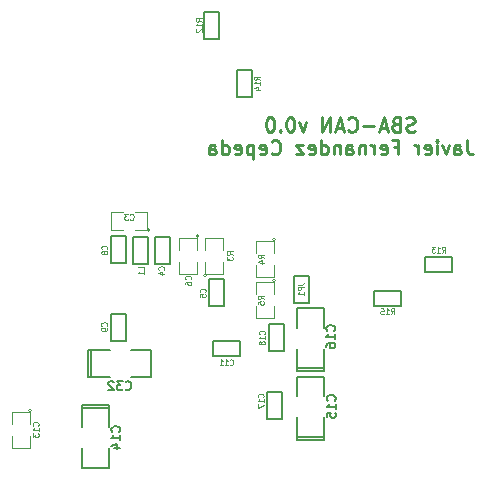
<source format=gbo>
G04 (created by PCBNEW (2013-07-07 BZR 4022)-stable) date 23/05/2015 20:04:57*
%MOIN*%
G04 Gerber Fmt 3.4, Leading zero omitted, Abs format*
%FSLAX34Y34*%
G01*
G70*
G90*
G04 APERTURE LIST*
%ADD10C,0.00590551*%
%ADD11C,0.00984252*%
%ADD12C,0.005*%
%ADD13C,0.0039*%
%ADD14C,0.0043*%
%ADD15C,0.0045*%
G04 APERTURE END LIST*
G54D10*
G54D11*
X65759Y-36248D02*
X65692Y-36271D01*
X65579Y-36271D01*
X65534Y-36248D01*
X65512Y-36226D01*
X65489Y-36181D01*
X65489Y-36136D01*
X65512Y-36091D01*
X65534Y-36068D01*
X65579Y-36046D01*
X65669Y-36023D01*
X65714Y-36001D01*
X65737Y-35978D01*
X65759Y-35933D01*
X65759Y-35888D01*
X65737Y-35843D01*
X65714Y-35821D01*
X65669Y-35798D01*
X65557Y-35798D01*
X65489Y-35821D01*
X65129Y-36023D02*
X65062Y-36046D01*
X65039Y-36068D01*
X65017Y-36113D01*
X65017Y-36181D01*
X65039Y-36226D01*
X65062Y-36248D01*
X65107Y-36271D01*
X65287Y-36271D01*
X65287Y-35798D01*
X65129Y-35798D01*
X65084Y-35821D01*
X65062Y-35843D01*
X65039Y-35888D01*
X65039Y-35933D01*
X65062Y-35978D01*
X65084Y-36001D01*
X65129Y-36023D01*
X65287Y-36023D01*
X64837Y-36136D02*
X64612Y-36136D01*
X64882Y-36271D02*
X64724Y-35798D01*
X64567Y-36271D01*
X64409Y-36091D02*
X64049Y-36091D01*
X63554Y-36226D02*
X63577Y-36248D01*
X63644Y-36271D01*
X63689Y-36271D01*
X63757Y-36248D01*
X63802Y-36203D01*
X63824Y-36158D01*
X63847Y-36068D01*
X63847Y-36001D01*
X63824Y-35911D01*
X63802Y-35866D01*
X63757Y-35821D01*
X63689Y-35798D01*
X63644Y-35798D01*
X63577Y-35821D01*
X63554Y-35843D01*
X63374Y-36136D02*
X63150Y-36136D01*
X63419Y-36271D02*
X63262Y-35798D01*
X63105Y-36271D01*
X62947Y-36271D02*
X62947Y-35798D01*
X62677Y-36271D01*
X62677Y-35798D01*
X62137Y-35956D02*
X62025Y-36271D01*
X61912Y-35956D01*
X61642Y-35798D02*
X61597Y-35798D01*
X61552Y-35821D01*
X61530Y-35843D01*
X61507Y-35888D01*
X61485Y-35978D01*
X61485Y-36091D01*
X61507Y-36181D01*
X61530Y-36226D01*
X61552Y-36248D01*
X61597Y-36271D01*
X61642Y-36271D01*
X61687Y-36248D01*
X61710Y-36226D01*
X61732Y-36181D01*
X61755Y-36091D01*
X61755Y-35978D01*
X61732Y-35888D01*
X61710Y-35843D01*
X61687Y-35821D01*
X61642Y-35798D01*
X61282Y-36226D02*
X61260Y-36248D01*
X61282Y-36271D01*
X61305Y-36248D01*
X61282Y-36226D01*
X61282Y-36271D01*
X60967Y-35798D02*
X60922Y-35798D01*
X60877Y-35821D01*
X60855Y-35843D01*
X60832Y-35888D01*
X60810Y-35978D01*
X60810Y-36091D01*
X60832Y-36181D01*
X60855Y-36226D01*
X60877Y-36248D01*
X60922Y-36271D01*
X60967Y-36271D01*
X61012Y-36248D01*
X61035Y-36226D01*
X61057Y-36181D01*
X61080Y-36091D01*
X61080Y-35978D01*
X61057Y-35888D01*
X61035Y-35843D01*
X61012Y-35821D01*
X60967Y-35798D01*
X67514Y-36558D02*
X67514Y-36896D01*
X67536Y-36963D01*
X67581Y-37008D01*
X67649Y-37031D01*
X67694Y-37031D01*
X67087Y-37031D02*
X67087Y-36783D01*
X67109Y-36738D01*
X67154Y-36716D01*
X67244Y-36716D01*
X67289Y-36738D01*
X67087Y-37008D02*
X67132Y-37031D01*
X67244Y-37031D01*
X67289Y-37008D01*
X67311Y-36963D01*
X67311Y-36918D01*
X67289Y-36873D01*
X67244Y-36851D01*
X67132Y-36851D01*
X67087Y-36828D01*
X66907Y-36716D02*
X66794Y-37031D01*
X66682Y-36716D01*
X66502Y-37031D02*
X66502Y-36716D01*
X66502Y-36558D02*
X66524Y-36581D01*
X66502Y-36603D01*
X66479Y-36581D01*
X66502Y-36558D01*
X66502Y-36603D01*
X66097Y-37008D02*
X66142Y-37031D01*
X66232Y-37031D01*
X66277Y-37008D01*
X66299Y-36963D01*
X66299Y-36783D01*
X66277Y-36738D01*
X66232Y-36716D01*
X66142Y-36716D01*
X66097Y-36738D01*
X66074Y-36783D01*
X66074Y-36828D01*
X66299Y-36873D01*
X65872Y-37031D02*
X65872Y-36716D01*
X65872Y-36806D02*
X65849Y-36761D01*
X65827Y-36738D01*
X65782Y-36716D01*
X65737Y-36716D01*
X65062Y-36783D02*
X65219Y-36783D01*
X65219Y-37031D02*
X65219Y-36558D01*
X64994Y-36558D01*
X64634Y-37008D02*
X64679Y-37031D01*
X64769Y-37031D01*
X64814Y-37008D01*
X64837Y-36963D01*
X64837Y-36783D01*
X64814Y-36738D01*
X64769Y-36716D01*
X64679Y-36716D01*
X64634Y-36738D01*
X64612Y-36783D01*
X64612Y-36828D01*
X64837Y-36873D01*
X64409Y-37031D02*
X64409Y-36716D01*
X64409Y-36806D02*
X64387Y-36761D01*
X64364Y-36738D01*
X64319Y-36716D01*
X64274Y-36716D01*
X64117Y-36716D02*
X64117Y-37031D01*
X64117Y-36761D02*
X64094Y-36738D01*
X64049Y-36716D01*
X63982Y-36716D01*
X63937Y-36738D01*
X63914Y-36783D01*
X63914Y-37031D01*
X63487Y-37031D02*
X63487Y-36783D01*
X63509Y-36738D01*
X63554Y-36716D01*
X63644Y-36716D01*
X63689Y-36738D01*
X63487Y-37008D02*
X63532Y-37031D01*
X63644Y-37031D01*
X63689Y-37008D01*
X63712Y-36963D01*
X63712Y-36918D01*
X63689Y-36873D01*
X63644Y-36851D01*
X63532Y-36851D01*
X63487Y-36828D01*
X63262Y-36716D02*
X63262Y-37031D01*
X63262Y-36761D02*
X63240Y-36738D01*
X63195Y-36716D01*
X63127Y-36716D01*
X63082Y-36738D01*
X63060Y-36783D01*
X63060Y-37031D01*
X62632Y-37031D02*
X62632Y-36558D01*
X62632Y-37008D02*
X62677Y-37031D01*
X62767Y-37031D01*
X62812Y-37008D01*
X62835Y-36986D01*
X62857Y-36941D01*
X62857Y-36806D01*
X62835Y-36761D01*
X62812Y-36738D01*
X62767Y-36716D01*
X62677Y-36716D01*
X62632Y-36738D01*
X62227Y-37008D02*
X62272Y-37031D01*
X62362Y-37031D01*
X62407Y-37008D01*
X62430Y-36963D01*
X62430Y-36783D01*
X62407Y-36738D01*
X62362Y-36716D01*
X62272Y-36716D01*
X62227Y-36738D01*
X62205Y-36783D01*
X62205Y-36828D01*
X62430Y-36873D01*
X62047Y-36716D02*
X61800Y-36716D01*
X62047Y-37031D01*
X61800Y-37031D01*
X60990Y-36986D02*
X61012Y-37008D01*
X61080Y-37031D01*
X61125Y-37031D01*
X61192Y-37008D01*
X61237Y-36963D01*
X61260Y-36918D01*
X61282Y-36828D01*
X61282Y-36761D01*
X61260Y-36671D01*
X61237Y-36626D01*
X61192Y-36581D01*
X61125Y-36558D01*
X61080Y-36558D01*
X61012Y-36581D01*
X60990Y-36603D01*
X60607Y-37008D02*
X60652Y-37031D01*
X60742Y-37031D01*
X60787Y-37008D01*
X60810Y-36963D01*
X60810Y-36783D01*
X60787Y-36738D01*
X60742Y-36716D01*
X60652Y-36716D01*
X60607Y-36738D01*
X60585Y-36783D01*
X60585Y-36828D01*
X60810Y-36873D01*
X60382Y-36716D02*
X60382Y-37188D01*
X60382Y-36738D02*
X60337Y-36716D01*
X60247Y-36716D01*
X60202Y-36738D01*
X60180Y-36761D01*
X60157Y-36806D01*
X60157Y-36941D01*
X60180Y-36986D01*
X60202Y-37008D01*
X60247Y-37031D01*
X60337Y-37031D01*
X60382Y-37008D01*
X59775Y-37008D02*
X59820Y-37031D01*
X59910Y-37031D01*
X59955Y-37008D01*
X59977Y-36963D01*
X59977Y-36783D01*
X59955Y-36738D01*
X59910Y-36716D01*
X59820Y-36716D01*
X59775Y-36738D01*
X59752Y-36783D01*
X59752Y-36828D01*
X59977Y-36873D01*
X59347Y-37031D02*
X59347Y-36558D01*
X59347Y-37008D02*
X59392Y-37031D01*
X59482Y-37031D01*
X59527Y-37008D01*
X59550Y-36986D01*
X59572Y-36941D01*
X59572Y-36806D01*
X59550Y-36761D01*
X59527Y-36738D01*
X59482Y-36716D01*
X59392Y-36716D01*
X59347Y-36738D01*
X58920Y-37031D02*
X58920Y-36783D01*
X58943Y-36738D01*
X58988Y-36716D01*
X59078Y-36716D01*
X59123Y-36738D01*
X58920Y-37008D02*
X58965Y-37031D01*
X59078Y-37031D01*
X59123Y-37008D01*
X59145Y-36963D01*
X59145Y-36918D01*
X59123Y-36873D01*
X59078Y-36851D01*
X58965Y-36851D01*
X58920Y-36828D01*
G54D12*
X54685Y-45480D02*
X54685Y-45380D01*
X54685Y-45380D02*
X55585Y-45380D01*
X55585Y-45380D02*
X55585Y-45480D01*
X54685Y-45480D02*
X55585Y-45480D01*
X55585Y-45480D02*
X55585Y-46130D01*
X54685Y-46830D02*
X54685Y-47480D01*
X54685Y-47480D02*
X55585Y-47480D01*
X55585Y-47480D02*
X55585Y-46830D01*
X54685Y-46130D02*
X54685Y-45480D01*
X54970Y-44450D02*
X54870Y-44450D01*
X54870Y-44450D02*
X54870Y-43550D01*
X54870Y-43550D02*
X54970Y-43550D01*
X54970Y-44450D02*
X54970Y-43550D01*
X54970Y-43550D02*
X55620Y-43550D01*
X56320Y-44450D02*
X56970Y-44450D01*
X56970Y-44450D02*
X56970Y-43550D01*
X56970Y-43550D02*
X56320Y-43550D01*
X55620Y-44450D02*
X54970Y-44450D01*
X62745Y-46440D02*
X62745Y-46540D01*
X62745Y-46540D02*
X61845Y-46540D01*
X61845Y-46540D02*
X61845Y-46440D01*
X62745Y-46440D02*
X61845Y-46440D01*
X61845Y-46440D02*
X61845Y-45790D01*
X62745Y-45090D02*
X62745Y-44440D01*
X62745Y-44440D02*
X61845Y-44440D01*
X61845Y-44440D02*
X61845Y-45090D01*
X62745Y-45790D02*
X62745Y-46440D01*
X62750Y-44160D02*
X62750Y-44260D01*
X62750Y-44260D02*
X61850Y-44260D01*
X61850Y-44260D02*
X61850Y-44160D01*
X62750Y-44160D02*
X61850Y-44160D01*
X61850Y-44160D02*
X61850Y-43510D01*
X62750Y-42810D02*
X62750Y-42160D01*
X62750Y-42160D02*
X61850Y-42160D01*
X61850Y-42160D02*
X61850Y-42810D01*
X62750Y-43510D02*
X62750Y-44160D01*
G54D13*
X61135Y-39870D02*
G75*
G03X61135Y-39870I-50J0D01*
G74*
G01*
X61085Y-40320D02*
X61085Y-39920D01*
X61085Y-39920D02*
X60485Y-39920D01*
X60485Y-39920D02*
X60485Y-40320D01*
X60485Y-40720D02*
X60485Y-41120D01*
X60485Y-41120D02*
X61085Y-41120D01*
X61085Y-41120D02*
X61085Y-40720D01*
X52995Y-45575D02*
G75*
G03X52995Y-45575I-50J0D01*
G74*
G01*
X52945Y-46025D02*
X52945Y-45625D01*
X52945Y-45625D02*
X52345Y-45625D01*
X52345Y-45625D02*
X52345Y-46025D01*
X52345Y-46425D02*
X52345Y-46825D01*
X52345Y-46825D02*
X52945Y-46825D01*
X52945Y-46825D02*
X52945Y-46425D01*
X56940Y-39560D02*
G75*
G03X56940Y-39560I-50J0D01*
G74*
G01*
X56440Y-39560D02*
X56840Y-39560D01*
X56840Y-39560D02*
X56840Y-38960D01*
X56840Y-38960D02*
X56440Y-38960D01*
X56040Y-38960D02*
X55640Y-38960D01*
X55640Y-38960D02*
X55640Y-39560D01*
X55640Y-39560D02*
X56040Y-39560D01*
X61130Y-41235D02*
G75*
G03X61130Y-41235I-50J0D01*
G74*
G01*
X61080Y-41685D02*
X61080Y-41285D01*
X61080Y-41285D02*
X60480Y-41285D01*
X60480Y-41285D02*
X60480Y-41685D01*
X60480Y-42085D02*
X60480Y-42485D01*
X60480Y-42485D02*
X61080Y-42485D01*
X61080Y-42485D02*
X61080Y-42085D01*
X58570Y-39755D02*
G75*
G03X58570Y-39755I-50J0D01*
G74*
G01*
X58520Y-40205D02*
X58520Y-39805D01*
X58520Y-39805D02*
X57920Y-39805D01*
X57920Y-39805D02*
X57920Y-40205D01*
X57920Y-40605D02*
X57920Y-41005D01*
X57920Y-41005D02*
X58520Y-41005D01*
X58520Y-41005D02*
X58520Y-40605D01*
X58825Y-41055D02*
G75*
G03X58825Y-41055I-50J0D01*
G74*
G01*
X58775Y-40605D02*
X58775Y-41005D01*
X58775Y-41005D02*
X59375Y-41005D01*
X59375Y-41005D02*
X59375Y-40605D01*
X59375Y-40205D02*
X59375Y-39805D01*
X59375Y-39805D02*
X58775Y-39805D01*
X58775Y-39805D02*
X58775Y-40205D01*
G54D12*
X61355Y-45860D02*
X61355Y-44960D01*
X61355Y-44960D02*
X60855Y-44960D01*
X60855Y-44960D02*
X60855Y-45860D01*
X60855Y-45860D02*
X61355Y-45860D01*
X61400Y-43575D02*
X61400Y-42675D01*
X61400Y-42675D02*
X60900Y-42675D01*
X60900Y-42675D02*
X60900Y-43575D01*
X60900Y-43575D02*
X61400Y-43575D01*
X60325Y-35105D02*
X60325Y-34205D01*
X60325Y-34205D02*
X59825Y-34205D01*
X59825Y-34205D02*
X59825Y-35105D01*
X59825Y-35105D02*
X60325Y-35105D01*
X59240Y-33200D02*
X59240Y-32300D01*
X59240Y-32300D02*
X58740Y-32300D01*
X58740Y-32300D02*
X58740Y-33200D01*
X58740Y-33200D02*
X59240Y-33200D01*
X64400Y-42070D02*
X65300Y-42070D01*
X65300Y-42070D02*
X65300Y-41570D01*
X65300Y-41570D02*
X64400Y-41570D01*
X64400Y-41570D02*
X64400Y-42070D01*
X66110Y-40940D02*
X67010Y-40940D01*
X67010Y-40940D02*
X67010Y-40440D01*
X67010Y-40440D02*
X66110Y-40440D01*
X66110Y-40440D02*
X66110Y-40940D01*
X59040Y-43760D02*
X59940Y-43760D01*
X59940Y-43760D02*
X59940Y-43260D01*
X59940Y-43260D02*
X59040Y-43260D01*
X59040Y-43260D02*
X59040Y-43760D01*
X55630Y-42355D02*
X55630Y-43255D01*
X55630Y-43255D02*
X56130Y-43255D01*
X56130Y-43255D02*
X56130Y-42355D01*
X56130Y-42355D02*
X55630Y-42355D01*
X56885Y-40675D02*
X56885Y-39775D01*
X56885Y-39775D02*
X56385Y-39775D01*
X56385Y-39775D02*
X56385Y-40675D01*
X56385Y-40675D02*
X56885Y-40675D01*
X57100Y-39775D02*
X57100Y-40675D01*
X57100Y-40675D02*
X57600Y-40675D01*
X57600Y-40675D02*
X57600Y-39775D01*
X57600Y-39775D02*
X57100Y-39775D01*
X58900Y-41185D02*
X58900Y-42085D01*
X58900Y-42085D02*
X59400Y-42085D01*
X59400Y-42085D02*
X59400Y-41185D01*
X59400Y-41185D02*
X58900Y-41185D01*
X55625Y-39765D02*
X55625Y-40665D01*
X55625Y-40665D02*
X56125Y-40665D01*
X56125Y-40665D02*
X56125Y-39765D01*
X56125Y-39765D02*
X55625Y-39765D01*
X62230Y-41975D02*
X62230Y-41075D01*
X62230Y-41075D02*
X61730Y-41075D01*
X61730Y-41075D02*
X61730Y-41975D01*
X61730Y-41975D02*
X62230Y-41975D01*
X55922Y-46277D02*
X55937Y-46262D01*
X55951Y-46220D01*
X55951Y-46191D01*
X55937Y-46148D01*
X55908Y-46120D01*
X55880Y-46105D01*
X55822Y-46091D01*
X55780Y-46091D01*
X55722Y-46105D01*
X55694Y-46120D01*
X55665Y-46148D01*
X55651Y-46191D01*
X55651Y-46220D01*
X55665Y-46262D01*
X55680Y-46277D01*
X55951Y-46562D02*
X55951Y-46391D01*
X55951Y-46477D02*
X55651Y-46477D01*
X55694Y-46448D01*
X55722Y-46420D01*
X55737Y-46391D01*
X55751Y-46820D02*
X55951Y-46820D01*
X55637Y-46748D02*
X55851Y-46677D01*
X55851Y-46862D01*
X56127Y-44862D02*
X56142Y-44877D01*
X56185Y-44891D01*
X56213Y-44891D01*
X56256Y-44877D01*
X56285Y-44848D01*
X56299Y-44820D01*
X56313Y-44762D01*
X56313Y-44720D01*
X56299Y-44662D01*
X56285Y-44634D01*
X56256Y-44605D01*
X56213Y-44591D01*
X56185Y-44591D01*
X56142Y-44605D01*
X56127Y-44620D01*
X56027Y-44591D02*
X55842Y-44591D01*
X55942Y-44705D01*
X55899Y-44705D01*
X55870Y-44720D01*
X55856Y-44734D01*
X55842Y-44762D01*
X55842Y-44834D01*
X55856Y-44862D01*
X55870Y-44877D01*
X55899Y-44891D01*
X55985Y-44891D01*
X56013Y-44877D01*
X56027Y-44862D01*
X55727Y-44620D02*
X55713Y-44605D01*
X55685Y-44591D01*
X55613Y-44591D01*
X55585Y-44605D01*
X55570Y-44620D01*
X55556Y-44648D01*
X55556Y-44677D01*
X55570Y-44720D01*
X55742Y-44891D01*
X55556Y-44891D01*
X63102Y-45237D02*
X63117Y-45222D01*
X63131Y-45180D01*
X63131Y-45151D01*
X63117Y-45108D01*
X63088Y-45080D01*
X63060Y-45065D01*
X63002Y-45051D01*
X62960Y-45051D01*
X62902Y-45065D01*
X62874Y-45080D01*
X62845Y-45108D01*
X62831Y-45151D01*
X62831Y-45180D01*
X62845Y-45222D01*
X62860Y-45237D01*
X63131Y-45522D02*
X63131Y-45351D01*
X63131Y-45437D02*
X62831Y-45437D01*
X62874Y-45408D01*
X62902Y-45380D01*
X62917Y-45351D01*
X62831Y-45794D02*
X62831Y-45651D01*
X62974Y-45637D01*
X62960Y-45651D01*
X62945Y-45680D01*
X62945Y-45751D01*
X62960Y-45780D01*
X62974Y-45794D01*
X63002Y-45808D01*
X63074Y-45808D01*
X63102Y-45794D01*
X63117Y-45780D01*
X63131Y-45751D01*
X63131Y-45680D01*
X63117Y-45651D01*
X63102Y-45637D01*
X63082Y-42917D02*
X63097Y-42902D01*
X63111Y-42860D01*
X63111Y-42831D01*
X63097Y-42788D01*
X63068Y-42760D01*
X63040Y-42745D01*
X62982Y-42731D01*
X62940Y-42731D01*
X62882Y-42745D01*
X62854Y-42760D01*
X62825Y-42788D01*
X62811Y-42831D01*
X62811Y-42860D01*
X62825Y-42902D01*
X62840Y-42917D01*
X63111Y-43202D02*
X63111Y-43031D01*
X63111Y-43117D02*
X62811Y-43117D01*
X62854Y-43088D01*
X62882Y-43060D01*
X62897Y-43031D01*
X62811Y-43460D02*
X62811Y-43402D01*
X62825Y-43374D01*
X62840Y-43360D01*
X62882Y-43331D01*
X62940Y-43317D01*
X63054Y-43317D01*
X63082Y-43331D01*
X63097Y-43345D01*
X63111Y-43374D01*
X63111Y-43431D01*
X63097Y-43460D01*
X63082Y-43474D01*
X63054Y-43488D01*
X62982Y-43488D01*
X62954Y-43474D01*
X62940Y-43460D01*
X62925Y-43431D01*
X62925Y-43374D01*
X62940Y-43345D01*
X62954Y-43331D01*
X62982Y-43317D01*
G54D14*
X60739Y-40487D02*
X60645Y-40421D01*
X60739Y-40374D02*
X60542Y-40374D01*
X60542Y-40449D01*
X60552Y-40468D01*
X60561Y-40477D01*
X60580Y-40487D01*
X60608Y-40487D01*
X60627Y-40477D01*
X60636Y-40468D01*
X60645Y-40449D01*
X60645Y-40374D01*
X60608Y-40656D02*
X60739Y-40656D01*
X60533Y-40609D02*
X60674Y-40562D01*
X60674Y-40684D01*
X53205Y-46078D02*
X53215Y-46068D01*
X53224Y-46040D01*
X53224Y-46022D01*
X53215Y-45993D01*
X53196Y-45975D01*
X53177Y-45965D01*
X53140Y-45956D01*
X53112Y-45956D01*
X53074Y-45965D01*
X53055Y-45975D01*
X53037Y-45993D01*
X53027Y-46022D01*
X53027Y-46040D01*
X53037Y-46068D01*
X53046Y-46078D01*
X53224Y-46265D02*
X53224Y-46153D01*
X53224Y-46209D02*
X53027Y-46209D01*
X53055Y-46190D01*
X53074Y-46172D01*
X53084Y-46153D01*
X53027Y-46331D02*
X53027Y-46453D01*
X53102Y-46387D01*
X53102Y-46416D01*
X53112Y-46434D01*
X53121Y-46444D01*
X53140Y-46453D01*
X53187Y-46453D01*
X53205Y-46444D01*
X53215Y-46434D01*
X53224Y-46416D01*
X53224Y-46359D01*
X53215Y-46341D01*
X53205Y-46331D01*
X56272Y-39195D02*
X56282Y-39205D01*
X56310Y-39214D01*
X56329Y-39214D01*
X56357Y-39205D01*
X56376Y-39186D01*
X56385Y-39167D01*
X56394Y-39130D01*
X56394Y-39102D01*
X56385Y-39064D01*
X56376Y-39045D01*
X56357Y-39027D01*
X56329Y-39017D01*
X56310Y-39017D01*
X56282Y-39027D01*
X56272Y-39036D01*
X56207Y-39017D02*
X56085Y-39017D01*
X56150Y-39092D01*
X56122Y-39092D01*
X56103Y-39102D01*
X56094Y-39111D01*
X56085Y-39130D01*
X56085Y-39177D01*
X56094Y-39195D01*
X56103Y-39205D01*
X56122Y-39214D01*
X56179Y-39214D01*
X56197Y-39205D01*
X56207Y-39195D01*
X60734Y-41852D02*
X60640Y-41786D01*
X60734Y-41739D02*
X60537Y-41739D01*
X60537Y-41814D01*
X60547Y-41833D01*
X60556Y-41842D01*
X60575Y-41852D01*
X60603Y-41852D01*
X60622Y-41842D01*
X60631Y-41833D01*
X60640Y-41814D01*
X60640Y-41739D01*
X60537Y-42030D02*
X60537Y-41936D01*
X60631Y-41927D01*
X60622Y-41936D01*
X60612Y-41955D01*
X60612Y-42002D01*
X60622Y-42021D01*
X60631Y-42030D01*
X60650Y-42039D01*
X60697Y-42039D01*
X60715Y-42030D01*
X60725Y-42021D01*
X60734Y-42002D01*
X60734Y-41955D01*
X60725Y-41936D01*
X60715Y-41927D01*
X58290Y-41197D02*
X58300Y-41187D01*
X58309Y-41159D01*
X58309Y-41140D01*
X58300Y-41112D01*
X58281Y-41093D01*
X58262Y-41084D01*
X58225Y-41075D01*
X58197Y-41075D01*
X58159Y-41084D01*
X58140Y-41093D01*
X58122Y-41112D01*
X58112Y-41140D01*
X58112Y-41159D01*
X58122Y-41187D01*
X58131Y-41197D01*
X58112Y-41366D02*
X58112Y-41328D01*
X58122Y-41309D01*
X58131Y-41300D01*
X58159Y-41281D01*
X58197Y-41272D01*
X58272Y-41272D01*
X58290Y-41281D01*
X58300Y-41290D01*
X58309Y-41309D01*
X58309Y-41347D01*
X58300Y-41366D01*
X58290Y-41375D01*
X58272Y-41384D01*
X58225Y-41384D01*
X58206Y-41375D01*
X58197Y-41366D01*
X58187Y-41347D01*
X58187Y-41309D01*
X58197Y-41290D01*
X58206Y-41281D01*
X58225Y-41272D01*
X59694Y-40382D02*
X59600Y-40316D01*
X59694Y-40269D02*
X59497Y-40269D01*
X59497Y-40344D01*
X59507Y-40363D01*
X59516Y-40372D01*
X59535Y-40382D01*
X59563Y-40382D01*
X59582Y-40372D01*
X59591Y-40363D01*
X59600Y-40344D01*
X59600Y-40269D01*
X59497Y-40447D02*
X59497Y-40569D01*
X59572Y-40504D01*
X59572Y-40532D01*
X59582Y-40551D01*
X59591Y-40560D01*
X59610Y-40569D01*
X59657Y-40569D01*
X59675Y-40560D01*
X59685Y-40551D01*
X59694Y-40532D01*
X59694Y-40475D01*
X59685Y-40457D01*
X59675Y-40447D01*
G54D15*
X60711Y-45124D02*
X60721Y-45115D01*
X60730Y-45090D01*
X60730Y-45072D01*
X60721Y-45047D01*
X60702Y-45030D01*
X60683Y-45021D01*
X60645Y-45012D01*
X60616Y-45012D01*
X60578Y-45021D01*
X60559Y-45030D01*
X60540Y-45047D01*
X60530Y-45072D01*
X60530Y-45090D01*
X60540Y-45115D01*
X60550Y-45124D01*
X60730Y-45295D02*
X60730Y-45192D01*
X60730Y-45244D02*
X60530Y-45244D01*
X60559Y-45227D01*
X60578Y-45210D01*
X60588Y-45192D01*
X60530Y-45355D02*
X60530Y-45475D01*
X60730Y-45398D01*
X60751Y-43024D02*
X60761Y-43015D01*
X60770Y-42990D01*
X60770Y-42972D01*
X60761Y-42947D01*
X60742Y-42930D01*
X60723Y-42921D01*
X60685Y-42912D01*
X60656Y-42912D01*
X60618Y-42921D01*
X60599Y-42930D01*
X60580Y-42947D01*
X60570Y-42972D01*
X60570Y-42990D01*
X60580Y-43015D01*
X60590Y-43024D01*
X60770Y-43195D02*
X60770Y-43092D01*
X60770Y-43144D02*
X60570Y-43144D01*
X60599Y-43127D01*
X60618Y-43110D01*
X60628Y-43092D01*
X60656Y-43298D02*
X60647Y-43281D01*
X60637Y-43272D01*
X60618Y-43264D01*
X60609Y-43264D01*
X60590Y-43272D01*
X60580Y-43281D01*
X60570Y-43298D01*
X60570Y-43332D01*
X60580Y-43350D01*
X60590Y-43358D01*
X60609Y-43367D01*
X60618Y-43367D01*
X60637Y-43358D01*
X60647Y-43350D01*
X60656Y-43332D01*
X60656Y-43298D01*
X60666Y-43281D01*
X60675Y-43272D01*
X60694Y-43264D01*
X60732Y-43264D01*
X60751Y-43272D01*
X60761Y-43281D01*
X60770Y-43298D01*
X60770Y-43332D01*
X60761Y-43350D01*
X60751Y-43358D01*
X60732Y-43367D01*
X60694Y-43367D01*
X60675Y-43358D01*
X60666Y-43350D01*
X60656Y-43332D01*
X60600Y-34544D02*
X60505Y-34484D01*
X60600Y-34441D02*
X60400Y-34441D01*
X60400Y-34510D01*
X60410Y-34527D01*
X60420Y-34535D01*
X60439Y-34544D01*
X60467Y-34544D01*
X60486Y-34535D01*
X60496Y-34527D01*
X60505Y-34510D01*
X60505Y-34441D01*
X60600Y-34715D02*
X60600Y-34612D01*
X60600Y-34664D02*
X60400Y-34664D01*
X60429Y-34647D01*
X60448Y-34630D01*
X60458Y-34612D01*
X60467Y-34870D02*
X60600Y-34870D01*
X60391Y-34827D02*
X60534Y-34784D01*
X60534Y-34895D01*
X58660Y-32604D02*
X58565Y-32544D01*
X58660Y-32501D02*
X58460Y-32501D01*
X58460Y-32570D01*
X58470Y-32587D01*
X58480Y-32595D01*
X58499Y-32604D01*
X58527Y-32604D01*
X58546Y-32595D01*
X58556Y-32587D01*
X58565Y-32570D01*
X58565Y-32501D01*
X58660Y-32775D02*
X58660Y-32672D01*
X58660Y-32724D02*
X58460Y-32724D01*
X58489Y-32707D01*
X58508Y-32690D01*
X58518Y-32672D01*
X58480Y-32844D02*
X58470Y-32852D01*
X58460Y-32870D01*
X58460Y-32912D01*
X58470Y-32930D01*
X58480Y-32938D01*
X58499Y-32947D01*
X58518Y-32947D01*
X58546Y-32938D01*
X58660Y-32835D01*
X58660Y-32947D01*
X64965Y-42360D02*
X65025Y-42265D01*
X65068Y-42360D02*
X65068Y-42160D01*
X65000Y-42160D01*
X64982Y-42170D01*
X64974Y-42180D01*
X64965Y-42199D01*
X64965Y-42227D01*
X64974Y-42246D01*
X64982Y-42256D01*
X65000Y-42265D01*
X65068Y-42265D01*
X64794Y-42360D02*
X64897Y-42360D01*
X64845Y-42360D02*
X64845Y-42160D01*
X64862Y-42189D01*
X64880Y-42208D01*
X64897Y-42218D01*
X64631Y-42160D02*
X64717Y-42160D01*
X64725Y-42256D01*
X64717Y-42246D01*
X64700Y-42237D01*
X64657Y-42237D01*
X64640Y-42246D01*
X64631Y-42256D01*
X64622Y-42275D01*
X64622Y-42322D01*
X64631Y-42341D01*
X64640Y-42351D01*
X64657Y-42360D01*
X64700Y-42360D01*
X64717Y-42351D01*
X64725Y-42341D01*
X66675Y-40310D02*
X66735Y-40215D01*
X66778Y-40310D02*
X66778Y-40110D01*
X66710Y-40110D01*
X66692Y-40120D01*
X66684Y-40130D01*
X66675Y-40149D01*
X66675Y-40177D01*
X66684Y-40196D01*
X66692Y-40206D01*
X66710Y-40215D01*
X66778Y-40215D01*
X66504Y-40310D02*
X66607Y-40310D01*
X66555Y-40310D02*
X66555Y-40110D01*
X66572Y-40139D01*
X66590Y-40158D01*
X66607Y-40168D01*
X66444Y-40110D02*
X66332Y-40110D01*
X66392Y-40187D01*
X66367Y-40187D01*
X66350Y-40196D01*
X66341Y-40206D01*
X66332Y-40225D01*
X66332Y-40272D01*
X66341Y-40291D01*
X66350Y-40301D01*
X66367Y-40310D01*
X66418Y-40310D01*
X66435Y-40301D01*
X66444Y-40291D01*
X59600Y-44041D02*
X59609Y-44051D01*
X59635Y-44060D01*
X59652Y-44060D01*
X59677Y-44051D01*
X59695Y-44032D01*
X59703Y-44013D01*
X59712Y-43975D01*
X59712Y-43946D01*
X59703Y-43908D01*
X59695Y-43889D01*
X59677Y-43870D01*
X59652Y-43860D01*
X59635Y-43860D01*
X59609Y-43870D01*
X59600Y-43880D01*
X59429Y-44060D02*
X59532Y-44060D01*
X59480Y-44060D02*
X59480Y-43860D01*
X59497Y-43889D01*
X59515Y-43908D01*
X59532Y-43918D01*
X59257Y-44060D02*
X59360Y-44060D01*
X59309Y-44060D02*
X59309Y-43860D01*
X59326Y-43889D01*
X59343Y-43908D01*
X59360Y-43918D01*
X55491Y-42745D02*
X55501Y-42736D01*
X55510Y-42710D01*
X55510Y-42693D01*
X55501Y-42667D01*
X55482Y-42650D01*
X55463Y-42642D01*
X55425Y-42633D01*
X55396Y-42633D01*
X55358Y-42642D01*
X55339Y-42650D01*
X55320Y-42667D01*
X55310Y-42693D01*
X55310Y-42710D01*
X55320Y-42736D01*
X55330Y-42745D01*
X55510Y-42830D02*
X55510Y-42865D01*
X55501Y-42882D01*
X55491Y-42890D01*
X55463Y-42907D01*
X55425Y-42916D01*
X55349Y-42916D01*
X55330Y-42907D01*
X55320Y-42899D01*
X55310Y-42882D01*
X55310Y-42847D01*
X55320Y-42830D01*
X55330Y-42822D01*
X55349Y-42813D01*
X55396Y-42813D01*
X55415Y-42822D01*
X55425Y-42830D01*
X55434Y-42847D01*
X55434Y-42882D01*
X55425Y-42899D01*
X55415Y-42907D01*
X55396Y-42916D01*
X56740Y-40870D02*
X56740Y-40784D01*
X56540Y-40784D01*
X56740Y-41024D02*
X56740Y-40921D01*
X56740Y-40972D02*
X56540Y-40972D01*
X56569Y-40955D01*
X56588Y-40938D01*
X56598Y-40921D01*
X57396Y-40880D02*
X57406Y-40871D01*
X57415Y-40845D01*
X57415Y-40828D01*
X57406Y-40802D01*
X57387Y-40785D01*
X57368Y-40777D01*
X57330Y-40768D01*
X57301Y-40768D01*
X57263Y-40777D01*
X57244Y-40785D01*
X57225Y-40802D01*
X57215Y-40828D01*
X57215Y-40845D01*
X57225Y-40871D01*
X57235Y-40880D01*
X57282Y-41034D02*
X57415Y-41034D01*
X57206Y-40991D02*
X57349Y-40948D01*
X57349Y-41060D01*
X58776Y-41620D02*
X58786Y-41611D01*
X58795Y-41585D01*
X58795Y-41568D01*
X58786Y-41542D01*
X58767Y-41525D01*
X58748Y-41517D01*
X58710Y-41508D01*
X58681Y-41508D01*
X58643Y-41517D01*
X58624Y-41525D01*
X58605Y-41542D01*
X58595Y-41568D01*
X58595Y-41585D01*
X58605Y-41611D01*
X58615Y-41620D01*
X58595Y-41782D02*
X58595Y-41697D01*
X58691Y-41688D01*
X58681Y-41697D01*
X58672Y-41714D01*
X58672Y-41757D01*
X58681Y-41774D01*
X58691Y-41782D01*
X58710Y-41791D01*
X58757Y-41791D01*
X58776Y-41782D01*
X58786Y-41774D01*
X58795Y-41757D01*
X58795Y-41714D01*
X58786Y-41697D01*
X58776Y-41688D01*
X55496Y-40185D02*
X55506Y-40176D01*
X55515Y-40150D01*
X55515Y-40133D01*
X55506Y-40107D01*
X55487Y-40090D01*
X55468Y-40082D01*
X55430Y-40073D01*
X55401Y-40073D01*
X55363Y-40082D01*
X55344Y-40090D01*
X55325Y-40107D01*
X55315Y-40133D01*
X55315Y-40150D01*
X55325Y-40176D01*
X55335Y-40185D01*
X55401Y-40287D02*
X55392Y-40270D01*
X55382Y-40262D01*
X55363Y-40253D01*
X55354Y-40253D01*
X55335Y-40262D01*
X55325Y-40270D01*
X55315Y-40287D01*
X55315Y-40322D01*
X55325Y-40339D01*
X55335Y-40347D01*
X55354Y-40356D01*
X55363Y-40356D01*
X55382Y-40347D01*
X55392Y-40339D01*
X55401Y-40322D01*
X55401Y-40287D01*
X55411Y-40270D01*
X55420Y-40262D01*
X55439Y-40253D01*
X55477Y-40253D01*
X55496Y-40262D01*
X55506Y-40270D01*
X55515Y-40287D01*
X55515Y-40322D01*
X55506Y-40339D01*
X55496Y-40347D01*
X55477Y-40356D01*
X55439Y-40356D01*
X55420Y-40347D01*
X55411Y-40339D01*
X55401Y-40322D01*
X61860Y-41375D02*
X62003Y-41375D01*
X62032Y-41366D01*
X62051Y-41349D01*
X62060Y-41323D01*
X62060Y-41306D01*
X62060Y-41460D02*
X61860Y-41460D01*
X61860Y-41529D01*
X61870Y-41546D01*
X61880Y-41555D01*
X61899Y-41563D01*
X61927Y-41563D01*
X61946Y-41555D01*
X61956Y-41546D01*
X61965Y-41529D01*
X61965Y-41460D01*
X62060Y-41735D02*
X62060Y-41632D01*
X62060Y-41683D02*
X61860Y-41683D01*
X61889Y-41666D01*
X61908Y-41649D01*
X61918Y-41632D01*
M02*

</source>
